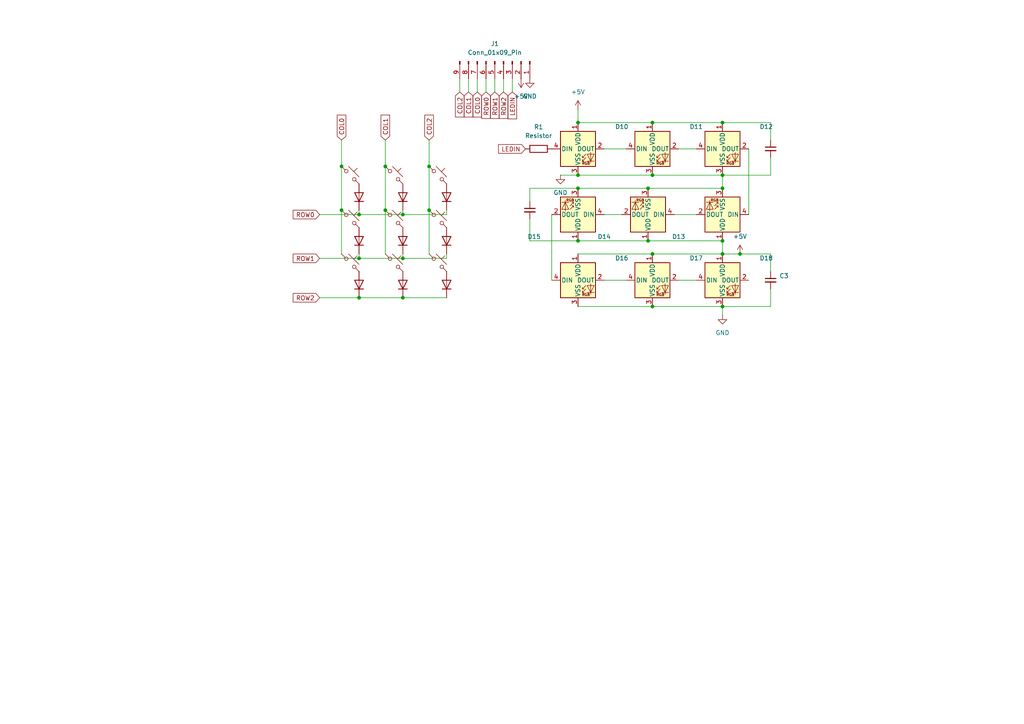
<source format=kicad_sch>
(kicad_sch (version 20250114) (generator "eeschema") (generator_version "9.0")
  (paper "A4")
  (lib_symbols
    (symbol "Connector:Conn_01x09_Pin" (pin_names (offset 1.016) (hide yes))
      (property "Reference" "J" (at 0 12.7 0))
      (property "Value" "Conn_01x09_Pin" (at 0 -12.7 0))
      (symbol "Conn_01x09_Pin_1_1"
        (rectangle (start 0.8636 10.287) (end 0 10.033) (stroke (width 0.1524)) (fill (type outline)))
        (rectangle (start 0.8636 7.747) (end 0 7.493) (stroke (width 0.1524)) (fill (type outline)))
        (rectangle (start 0.8636 5.207) (end 0 4.953) (stroke (width 0.1524)) (fill (type outline)))
        (rectangle (start 0.8636 2.667) (end 0 2.413) (stroke (width 0.1524)) (fill (type outline)))
        (rectangle (start 0.8636 0.127) (end 0 -0.127) (stroke (width 0.1524)) (fill (type outline)))
        (rectangle (start 0.8636 -2.413) (end 0 -2.667) (stroke (width 0.1524)) (fill (type outline)))
        (rectangle (start 0.8636 -4.953) (end 0 -5.207) (stroke (width 0.1524)) (fill (type outline)))
        (rectangle (start 0.8636 -7.493) (end 0 -7.747) (stroke (width 0.1524)) (fill (type outline)))
        (rectangle (start 0.8636 -10.033) (end 0 -10.287) (stroke (width 0.1524)) (fill (type outline)))
        (polyline (pts (xy 1.27 10.16) (xy 0.8636 10.16)) (stroke (width 0.1524)))
        (polyline (pts (xy 1.27 7.62) (xy 0.8636 7.62)) (stroke (width 0.1524)))
        (polyline (pts (xy 1.27 5.08) (xy 0.8636 5.08)) (stroke (width 0.1524)))
        (polyline (pts (xy 1.27 2.54) (xy 0.8636 2.54)) (stroke (width 0.1524)))
        (polyline (pts (xy 1.27 0) (xy 0.8636 0)) (stroke (width 0.1524)))
        (polyline (pts (xy 1.27 -2.54) (xy 0.8636 -2.54)) (stroke (width 0.1524)))
        (polyline (pts (xy 1.27 -5.08) (xy 0.8636 -5.08)) (stroke (width 0.1524)))
        (polyline (pts (xy 1.27 -7.62) (xy 0.8636 -7.62)) (stroke (width 0.1524)))
        (polyline (pts (xy 1.27 -10.16) (xy 0.8636 -10.16)) (stroke (width 0.1524)))
        (pin passive line (at 5.08 10.16 180) (length 3.81) (name "Pin_1") (number "1"))
        (pin passive line (at 5.08 7.62 180) (length 3.81) (name "Pin_2") (number "2"))
        (pin passive line (at 5.08 5.08 180) (length 3.81) (name "Pin_3") (number "3"))
        (pin passive line (at 5.08 2.54 180) (length 3.81) (name "Pin_4") (number "4"))
        (pin passive line (at 5.08 0 180) (length 3.81) (name "Pin_5") (number "5"))
        (pin passive line (at 5.08 -2.54 180) (length 3.81) (name "Pin_6") (number "6"))
        (pin passive line (at 5.08 -5.08 180) (length 3.81) (name "Pin_7") (number "7"))
        (pin passive line (at 5.08 -7.62 180) (length 3.81) (name "Pin_8") (number "8"))
        (pin passive line (at 5.08 -10.16 180) (length 3.81) (name "Pin_9") (number "9"))
      )
    )
    (symbol "Device:C_Small" (pin_numbers (hide yes)) (pin_names (offset 0.254) (hide yes))
      (property "Reference" "C" (at 0.254 1.778 0))
      (property "Value" "C_Small" (at 0.254 -2.032 0))
      (symbol "C_Small_0_1"
        (polyline (pts (xy -1.524 0.508) (xy 1.524 0.508)) (stroke (width 0.3048)))
        (polyline (pts (xy -1.524 -0.508) (xy 1.524 -0.508)) (stroke (width 0.3302)))
      )
      (symbol "C_Small_1_1"
        (pin passive line (at 0 2.54 270) (length 2.032) (name "~") (number "1"))
        (pin passive line (at 0 -2.54 90) (length 2.032) (name "~") (number "2"))
      )
    )
    (symbol "Device:D" (pin_numbers (hide yes)) (pin_names (offset 1.016) (hide yes))
      (property "Reference" "D" (at 0 2.54 0))
      (property "Value" "D" (at 0 -2.54 0))
      (symbol "D_0_1"
        (polyline (pts (xy -1.27 1.27) (xy -1.27 -1.27)) (stroke (width 0.254)))
        (polyline (pts (xy 1.27 1.27) (xy 1.27 -1.27) (xy -1.27 0) (xy 1.27 1.27)) (stroke (width 0.254)))
        (polyline (pts (xy 1.27 0) (xy -1.27 0)))
      )
      (symbol "D_1_1"
        (pin passive line (at -3.81 0 0) (length 2.54) (name "K") (number "1"))
        (pin passive line (at 3.81 0 180) (length 2.54) (name "A") (number "2"))
      )
    )
    (symbol "ScottoKeebs:LED_WS2812B" (pin_names (offset 0.254))
      (property "Reference" "D" (at 5.08 5.715 0))
      (property "Value" "LED_WS2812B" (at 1.27 -5.715 0))
      (symbol "LED_WS2812B_0_0"
        (text "RGB" (at 2.286 -4.191 0) (effects (font (size 0.762 0.762))))
      )
      (symbol "LED_WS2812B_0_1"
        (polyline (pts (xy 1.27 -2.54) (xy 1.778 -2.54)))
        (polyline (pts (xy 1.27 -3.556) (xy 1.778 -3.556)))
        (polyline (pts (xy 2.286 -1.524) (xy 1.27 -2.54) (xy 1.27 -2.032)))
        (polyline (pts (xy 2.286 -2.54) (xy 1.27 -3.556) (xy 1.27 -3.048)))
        (polyline (pts (xy 3.683 -1.016) (xy 3.683 -3.556) (xy 3.683 -4.064)))
        (polyline (pts (xy 4.699 -1.524) (xy 2.667 -1.524) (xy 3.683 -3.556) (xy 4.699 -1.524)))
        (polyline (pts (xy 4.699 -3.556) (xy 2.667 -3.556)))
        (rectangle (start 5.08 5.08) (end -5.08 -5.08) (stroke (width 0.254)) (fill (type background)))
      )
      (symbol "LED_WS2812B_1_1"
        (pin input line (at -7.62 0 0) (length 2.54) (name "DIN") (number "4"))
        (pin power_in line (at 0 7.62 270) (length 2.54) (name "VDD") (number "1"))
        (pin power_in line (at 0 -7.62 90) (length 2.54) (name "VSS") (number "3"))
        (pin output line (at 7.62 0 180) (length 2.54) (name "DOUT") (number "2"))
      )
    )
    (symbol "ScottoKeebs:Placeholder_Keyswitch" (pin_numbers (hide yes)) (pin_names (offset 1.016) (hide yes))
      (property "Reference" "S" (at 3.048 1.016 0))
      (property "Value" "Keyswitch" (at 0 -3.81 0))
      (symbol "Placeholder_Keyswitch_0_1"
        (polyline (pts (xy -2.54 2.54) (xy -1.524 1.524) (xy -1.524 1.524)))
        (circle (center -1.1684 1.1684) (radius 0.508))
        (polyline (pts (xy -0.508 2.54) (xy 2.54 -0.508)))
        (polyline (pts (xy 1.016 1.016) (xy 2.032 2.032)))
        (circle (center 1.143 -1.1938) (radius 0.508))
        (polyline (pts (xy 1.524 -1.524) (xy 2.54 -2.54) (xy 2.54 -2.54) (xy 2.54 -2.54)))
        (pin passive line (at -2.54 2.54 0) (length 0) (name "1") (number "1"))
        (pin passive line (at 2.54 -2.54 180) (length 0) (name "2") (number "2"))
      )
    )
    (symbol "ScottoKeebs:Placeholder_Resistor" (pin_numbers (hide yes)) (pin_names (offset 0))
      (property "Reference" "R" (at 0 2.032 0))
      (property "Value" "Resistor" (at 0 -2.54 0))
      (symbol "Placeholder_Resistor_0_1"
        (rectangle (start 2.54 -1.016) (end -2.54 1.016) (stroke (width 0.254)))
      )
      (symbol "Placeholder_Resistor_1_1"
        (pin passive line (at -3.81 0 0) (length 1.27) (name "~") (number "1"))
        (pin passive line (at 3.81 0 180) (length 1.27) (name "~") (number "2"))
      )
    )
    (symbol "power:+5V" (power) (pin_numbers (hide yes)) (pin_names (offset 0) (hide yes))
      (property "Value" "+5V" (at 0 3.556 0))
      (symbol "+5V_0_1"
        (polyline (pts (xy -0.762 1.27) (xy 0 2.54)))
        (polyline (pts (xy 0 2.54) (xy 0.762 1.27)))
        (polyline (pts (xy 0 0) (xy 0 2.54)))
      )
      (symbol "+5V_1_1"
        (pin power_in line (at 0 0 90) (length 0) (name "~") (number "1"))
      )
    )
    (symbol "power:GND" (power) (pin_numbers (hide yes)) (pin_names (offset 0) (hide yes))
      (property "Value" "GND" (at 0 -3.81 0))
      (symbol "GND_0_1"
        (polyline (pts (xy 0 0) (xy 0 -1.27) (xy 1.27 -1.27) (xy 0 -2.54) (xy -1.27 -1.27) (xy 0 -1.27)))
      )
      (symbol "GND_1_1"
        (pin power_in line (at 0 0 270) (length 0) (name "~") (number "1"))
      )
    )
  )
  (junction (at 189.23 50.8))
  (junction (at 99.06 48.26))
  (junction (at 167.64 50.8))
  (junction (at 187.96 69.85))
  (junction (at 99.06 60.96))
  (junction (at 189.23 73.66))
  (junction (at 124.46 60.96))
  (junction (at 209.55 50.8))
  (junction (at 116.84 86.36))
  (junction (at 116.84 74.93))
  (junction (at 111.76 48.26))
  (junction (at 111.76 60.96))
  (junction (at 189.23 35.56))
  (junction (at 104.14 74.93))
  (junction (at 124.46 48.26))
  (junction (at 209.55 69.85))
  (junction (at 167.64 54.61))
  (junction (at 116.84 62.23))
  (junction (at 209.55 73.66))
  (junction (at 187.96 54.61))
  (junction (at 209.55 88.9))
  (junction (at 189.23 88.9))
  (junction (at 209.55 54.61))
  (junction (at 167.64 35.56))
  (junction (at 209.55 35.56))
  (junction (at 104.14 86.36))
  (junction (at 167.64 69.85))
  (junction (at 104.14 62.23))
  (junction (at 214.63 73.66))
  (wire (pts (xy 116.84 62.23) (xy 116.84 60.96)))
  (wire (pts (xy 111.76 48.26) (xy 111.76 60.96)))
  (wire (pts (xy 209.55 50.8) (xy 209.55 54.61)))
  (wire (pts (xy 223.52 83.82) (xy 223.52 88.9)))
  (wire (pts (xy 160.02 62.23) (xy 160.02 81.28)))
  (wire (pts (xy 209.55 69.85) (xy 209.55 73.66)))
  (wire (pts (xy 214.63 73.66) (xy 223.52 73.66)))
  (wire (pts (xy 104.14 62.23) (xy 116.84 62.23)))
  (wire (pts (xy 92.71 86.36) (xy 104.14 86.36)))
  (wire (pts (xy 116.84 74.93) (xy 116.84 73.66)))
  (wire (pts (xy 146.05 26.67) (xy 146.05 22.86)))
  (wire (pts (xy 92.71 62.23) (xy 104.14 62.23)))
  (wire (pts (xy 175.26 62.23) (xy 180.34 62.23)))
  (wire (pts (xy 111.76 40.64) (xy 111.76 48.26)))
  (wire (pts (xy 209.55 73.66) (xy 214.63 73.66)))
  (wire (pts (xy 135.89 26.67) (xy 135.89 22.86)))
  (wire (pts (xy 99.06 48.26) (xy 99.06 60.96)))
  (wire (pts (xy 175.26 81.28) (xy 181.61 81.28)))
  (wire (pts (xy 148.59 26.67) (xy 148.59 22.86)))
  (wire (pts (xy 104.14 73.66) (xy 104.14 74.93)))
  (wire (pts (xy 140.97 26.67) (xy 140.97 22.86)))
  (wire (pts (xy 138.43 26.67) (xy 138.43 22.86)))
  (wire (pts (xy 116.84 86.36) (xy 129.54 86.36)))
  (wire (pts (xy 209.55 88.9) (xy 223.52 88.9)))
  (wire (pts (xy 129.54 62.23) (xy 129.54 60.96)))
  (wire (pts (xy 187.96 54.61) (xy 167.64 54.61)))
  (wire (pts (xy 217.17 43.18) (xy 217.17 62.23)))
  (wire (pts (xy 209.55 88.9) (xy 209.55 91.44)))
  (wire (pts (xy 187.96 69.85) (xy 167.64 69.85)))
  (wire (pts (xy 167.64 35.56) (xy 189.23 35.56)))
  (wire (pts (xy 92.71 74.93) (xy 104.14 74.93)))
  (wire (pts (xy 133.35 26.67) (xy 133.35 22.86)))
  (wire (pts (xy 196.85 81.28) (xy 201.93 81.28)))
  (wire (pts (xy 129.54 74.93) (xy 129.54 73.66)))
  (wire (pts (xy 196.85 43.18) (xy 201.93 43.18)))
  (wire (pts (xy 124.46 40.64) (xy 124.46 48.26)))
  (wire (pts (xy 153.67 69.85) (xy 167.64 69.85)))
  (wire (pts (xy 167.64 88.9) (xy 189.23 88.9)))
  (wire (pts (xy 162.56 50.8) (xy 167.64 50.8)))
  (wire (pts (xy 189.23 73.66) (xy 209.55 73.66)))
  (wire (pts (xy 189.23 35.56) (xy 209.55 35.56)))
  (wire (pts (xy 189.23 88.9) (xy 209.55 88.9)))
  (wire (pts (xy 116.84 74.93) (xy 129.54 74.93)))
  (wire (pts (xy 209.55 69.85) (xy 187.96 69.85)))
  (wire (pts (xy 223.52 50.8) (xy 223.52 45.72)))
  (wire (pts (xy 223.52 35.56) (xy 223.52 40.64)))
  (wire (pts (xy 209.55 35.56) (xy 223.52 35.56)))
  (wire (pts (xy 143.51 26.67) (xy 143.51 22.86)))
  (wire (pts (xy 116.84 62.23) (xy 129.54 62.23)))
  (wire (pts (xy 209.55 50.8) (xy 223.52 50.8)))
  (wire (pts (xy 195.58 62.23) (xy 201.93 62.23)))
  (wire (pts (xy 189.23 50.8) (xy 209.55 50.8)))
  (wire (pts (xy 99.06 40.64) (xy 99.06 48.26)))
  (wire (pts (xy 104.14 74.93) (xy 116.84 74.93)))
  (wire (pts (xy 187.96 54.61) (xy 209.55 54.61)))
  (wire (pts (xy 167.64 50.8) (xy 189.23 50.8)))
  (wire (pts (xy 111.76 60.96) (xy 111.76 73.66)))
  (wire (pts (xy 124.46 48.26) (xy 124.46 60.96)))
  (wire (pts (xy 223.52 78.74) (xy 223.52 73.66)))
  (wire (pts (xy 153.67 63.5) (xy 153.67 69.85)))
  (wire (pts (xy 175.26 43.18) (xy 181.61 43.18)))
  (wire (pts (xy 167.64 31.75) (xy 167.64 35.56)))
  (wire (pts (xy 104.14 86.36) (xy 116.84 86.36)))
  (wire (pts (xy 167.64 73.66) (xy 189.23 73.66)))
  (wire (pts (xy 99.06 60.96) (xy 99.06 73.66)))
  (wire (pts (xy 124.46 60.96) (xy 124.46 73.66)))
  (wire (pts (xy 153.67 54.61) (xy 167.64 54.61)))
  (wire (pts (xy 153.67 58.42) (xy 153.67 54.61)))
  (wire (pts (xy 104.14 60.96) (xy 104.14 62.23)))
  (global_label "COL2" (shape input) (at 133.35 26.67 270) (property "Intersheetrefs" "${INTERSHEET_REFS}" (effects (hide yes))))
  (global_label "COL1" (shape input) (at 135.89 26.67 270) (property "Intersheetrefs" "${INTERSHEET_REFS}" (effects (hide yes))))
  (global_label "ROW2" (shape input) (at 146.05 26.67 270) (property "Intersheetrefs" "${INTERSHEET_REFS}" (effects (hide yes))))
  (global_label "ROW1" (shape input) (at 143.51 26.67 270) (property "Intersheetrefs" "${INTERSHEET_REFS}" (effects (hide yes))))
  (global_label "ROW0" (shape input) (at 92.71 62.23 180) (property "Intersheetrefs" "${INTERSHEET_REFS}" (effects (hide yes))))
  (global_label "LEDIN" (shape input) (at 148.59 26.67 270) (property "Intersheetrefs" "${INTERSHEET_REFS}" (effects (hide yes))))
  (global_label "COL1" (shape input) (at 111.76 40.64 90) (property "Intersheetrefs" "${INTERSHEET_REFS}" (effects (hide yes))))
  (global_label "COL2" (shape input) (at 124.46 40.64 90) (property "Intersheetrefs" "${INTERSHEET_REFS}" (effects (hide yes))))
  (global_label "ROW2" (shape input) (at 92.71 86.36 180) (property "Intersheetrefs" "${INTERSHEET_REFS}" (effects (hide yes))))
  (global_label "COL0" (shape input) (at 99.06 40.64 90) (property "Intersheetrefs" "${INTERSHEET_REFS}" (effects (hide yes))))
  (global_label "COL0" (shape input) (at 138.43 26.67 270) (property "Intersheetrefs" "${INTERSHEET_REFS}" (effects (hide yes))))
  (global_label "ROW1" (shape input) (at 92.71 74.93 180) (property "Intersheetrefs" "${INTERSHEET_REFS}" (effects (hide yes))))
  (global_label "ROW0" (shape input) (at 140.97 26.67 270) (property "Intersheetrefs" "${INTERSHEET_REFS}" (effects (hide yes))))
  (global_label "LEDIN" (shape input) (at 152.4 43.18 180) (property "Intersheetrefs" "${INTERSHEET_REFS}" (effects (hide yes))))
  (symbol (lib_id "ScottoKeebs:Placeholder_Keyswitch") (at 101.6 50.8 0) (unit 1)
    (property "Reference" "S1" (effects (hide yes)))
    (property "Value" "Keyswitch" (effects (hide yes)))
    (property "Footprint" "ScottoKeebs_Choc:Choc_V1_1.00u" (effects (hide yes)))
    (property "Description" "Push button switch, normally open, two pins, 45° tilted" (effects (hide yes)))
  )
  (symbol (lib_id "ScottoKeebs:Placeholder_Keyswitch") (at 127 76.2 0) (unit 1)
    (property "Reference" "S9" (effects (hide yes)))
    (property "Value" "Keyswitch" (effects (hide yes)))
    (property "Footprint" "ScottoKeebs_Choc:Choc_V1_1.00u" (effects (hide yes)))
    (property "Description" "Push button switch, normally open, two pins, 45° tilted" (effects (hide yes)))
  )
  (symbol (lib_id "power:+5V") (at 151.13 22.86 180) (unit 1)
    (property "Reference" "#PWR05" (effects (hide yes)))
    (property "Value" "+5V" (at 151.13 27.94 0))
    (property "Description" "Power symbol creates a global label with name \"+5V\"" (effects (hide yes)))
  )
  (symbol (lib_id "power:+5V") (at 214.63 73.66 0) (unit 1)
    (property "Reference" "#PWR02" (effects (hide yes)))
    (property "Value" "+5V" (at 214.63 68.58 0))
    (property "Description" "Power symbol creates a global label with name \"+5V\"" (effects (hide yes)))
  )
  (symbol (lib_id "Device:D") (at 104.14 82.55 90) (unit 1)
    (property "Reference" "D7" (effects (hide yes)))
    (property "Value" "D" (effects (hide yes)))
    (property "Footprint" "Diode_SMD:D_SOD-123" (effects (hide yes)))
    (property "Description" "Diode" (effects (hide yes)))
    (property "Sim.Device" "D" (effects (hide yes)))
    (property "Sim.Pins" "1=K 2=A" (effects (hide yes)))
  )
  (symbol (lib_id "Device:D") (at 104.14 57.15 90) (unit 1)
    (property "Reference" "D1" (effects (hide yes)))
    (property "Value" "D" (effects (hide yes)))
    (property "Footprint" "Diode_SMD:D_SOD-123" (effects (hide yes)))
    (property "Description" "Diode" (effects (hide yes)))
    (property "Sim.Device" "D" (effects (hide yes)))
    (property "Sim.Pins" "1=K 2=A" (effects (hide yes)))
  )
  (symbol (lib_id "Device:D") (at 129.54 69.85 90) (unit 1)
    (property "Reference" "D6" (effects (hide yes)))
    (property "Value" "D" (effects (hide yes)))
    (property "Footprint" "Diode_SMD:D_SOD-123" (effects (hide yes)))
    (property "Description" "Diode" (effects (hide yes)))
    (property "Sim.Device" "D" (effects (hide yes)))
    (property "Sim.Pins" "1=K 2=A" (effects (hide yes)))
  )
  (symbol (lib_id "ScottoKeebs:LED_WS2812B") (at 189.23 43.18 0) (unit 1)
    (property "Reference" "D11" (at 201.93 36.7598 0))
    (property "Value" "LED_WS2812B" (effects (hide yes)))
    (property "Footprint" "SK6812-MINI-E:SK6812-MINI-E" (effects (hide yes)))
    (property "Datasheet" "https://cdn-shop.adafruit.com/datasheets/WS2812B.pdf" (effects (hide yes)))
    (property "Description" "RGB LED with integrated controller" (effects (hide yes)))
  )
  (symbol (lib_id "ScottoKeebs:Placeholder_Keyswitch") (at 114.3 76.2 0) (unit 1)
    (property "Reference" "S8" (effects (hide yes)))
    (property "Value" "Keyswitch" (effects (hide yes)))
    (property "Footprint" "ScottoKeebs_Choc:Choc_V1_1.00u" (effects (hide yes)))
    (property "Description" "Push button switch, normally open, two pins, 45° tilted" (effects (hide yes)))
  )
  (symbol (lib_id "Device:D") (at 129.54 57.15 90) (unit 1)
    (property "Reference" "D3" (effects (hide yes)))
    (property "Value" "D" (effects (hide yes)))
    (property "Footprint" "Diode_SMD:D_SOD-123" (effects (hide yes)))
    (property "Description" "Diode" (effects (hide yes)))
    (property "Sim.Device" "D" (effects (hide yes)))
    (property "Sim.Pins" "1=K 2=A" (effects (hide yes)))
  )
  (symbol (lib_id "power:+5V") (at 167.64 31.75 0) (unit 1)
    (property "Reference" "#PWR01" (effects (hide yes)))
    (property "Value" "+5V" (at 167.64 26.67 0))
    (property "Description" "Power symbol creates a global label with name \"+5V\"" (effects (hide yes)))
  )
  (symbol (lib_id "ScottoKeebs:Placeholder_Keyswitch") (at 127 50.8 0) (unit 1)
    (property "Reference" "S3" (effects (hide yes)))
    (property "Value" "Keyswitch" (effects (hide yes)))
    (property "Footprint" "ScottoKeebs_Choc:Choc_V1_1.00u" (effects (hide yes)))
    (property "Description" "Push button switch, normally open, two pins, 45° tilted" (effects (hide yes)))
  )
  (symbol (lib_id "Device:D") (at 129.54 82.55 90) (unit 1)
    (property "Reference" "D9" (effects (hide yes)))
    (property "Value" "D" (effects (hide yes)))
    (property "Footprint" "Diode_SMD:D_SOD-123" (effects (hide yes)))
    (property "Description" "Diode" (effects (hide yes)))
    (property "Sim.Device" "D" (effects (hide yes)))
    (property "Sim.Pins" "1=K 2=A" (effects (hide yes)))
  )
  (symbol (lib_id "ScottoKeebs:Placeholder_Keyswitch") (at 127 63.5 0) (unit 1)
    (property "Reference" "S6" (effects (hide yes)))
    (property "Value" "Keyswitch" (effects (hide yes)))
    (property "Footprint" "ScottoKeebs_Choc:Choc_V1_1.00u" (effects (hide yes)))
    (property "Description" "Push button switch, normally open, two pins, 45° tilted" (effects (hide yes)))
  )
  (symbol (lib_id "ScottoKeebs:LED_WS2812B") (at 189.23 81.28 0) (unit 1)
    (property "Reference" "D17" (at 201.93 74.8598 0))
    (property "Value" "LED_WS2812B" (effects (hide yes)))
    (property "Footprint" "SK6812-MINI-E:SK6812-MINI-E" (effects (hide yes)))
    (property "Datasheet" "https://cdn-shop.adafruit.com/datasheets/WS2812B.pdf" (effects (hide yes)))
    (property "Description" "RGB LED with integrated controller" (effects (hide yes)))
  )
  (symbol (lib_id "Device:D") (at 104.14 69.85 90) (unit 1)
    (property "Reference" "D4" (effects (hide yes)))
    (property "Value" "D" (effects (hide yes)))
    (property "Footprint" "Diode_SMD:D_SOD-123" (effects (hide yes)))
    (property "Description" "Diode" (effects (hide yes)))
    (property "Sim.Device" "D" (effects (hide yes)))
    (property "Sim.Pins" "1=K 2=A" (effects (hide yes)))
  )
  (symbol (lib_id "power:GND") (at 209.55 91.44 0) (unit 1)
    (property "Reference" "#PWR03" (effects (hide yes)))
    (property "Value" "GND" (at 209.55 96.52 0))
    (property "Description" "Power symbol creates a global label with name \"GND\" , ground" (effects (hide yes)))
  )
  (symbol (lib_id "ScottoKeebs:Placeholder_Keyswitch") (at 114.3 50.8 0) (unit 1)
    (property "Reference" "S2" (effects (hide yes)))
    (property "Value" "Keyswitch" (effects (hide yes)))
    (property "Footprint" "ScottoKeebs_Choc:Choc_V1_1.00u" (effects (hide yes)))
    (property "Description" "Push button switch, normally open, two pins, 45° tilted" (effects (hide yes)))
  )
  (symbol (lib_id "Device:D") (at 116.84 69.85 90) (unit 1)
    (property "Reference" "D5" (effects (hide yes)))
    (property "Value" "D" (effects (hide yes)))
    (property "Footprint" "Diode_SMD:D_SOD-123" (effects (hide yes)))
    (property "Description" "Diode" (effects (hide yes)))
    (property "Sim.Device" "D" (effects (hide yes)))
    (property "Sim.Pins" "1=K 2=A" (effects (hide yes)))
  )
  (symbol (lib_id "ScottoKeebs:LED_WS2812B") (at 209.55 43.18 0) (unit 1)
    (property "Reference" "D12" (at 222.25 36.7598 0))
    (property "Value" "LED_WS2812B" (effects (hide yes)))
    (property "Footprint" "SK6812-MINI-E:SK6812-MINI-E" (effects (hide yes)))
    (property "Datasheet" "https://cdn-shop.adafruit.com/datasheets/WS2812B.pdf" (effects (hide yes)))
    (property "Description" "RGB LED with integrated controller" (effects (hide yes)))
  )
  (symbol (lib_id "ScottoKeebs:LED_WS2812B") (at 167.64 62.23 180) (unit 1)
    (property "Reference" "D15" (at 154.94 68.6502 0))
    (property "Value" "LED_WS2812B" (effects (hide yes)))
    (property "Footprint" "SK6812-MINI-E:SK6812-MINI-E" (effects (hide yes)))
    (property "Datasheet" "https://cdn-shop.adafruit.com/datasheets/WS2812B.pdf" (effects (hide yes)))
    (property "Description" "RGB LED with integrated controller" (effects (hide yes)))
  )
  (symbol (lib_id "Device:C_Small") (at 153.67 60.96 0) (unit 1)
    (property "Reference" "C2" (effects (hide yes)))
    (property "Value" "C_Small" (effects (hide yes)))
    (property "Footprint" "Capacitor_SMD:C_1206_3216Metric" (effects (hide yes)))
    (property "Description" "Unpolarized capacitor, small symbol" (effects (hide yes)))
  )
  (symbol (lib_id "Device:C_Small") (at 223.52 81.28 0) (unit 1)
    (property "Reference" "C3" (at 226.06 80.0162 0) (effects (justify left)))
    (property "Value" "C_Small" (effects (hide yes)))
    (property "Footprint" "Capacitor_SMD:C_1206_3216Metric" (effects (hide yes)))
    (property "Description" "Unpolarized capacitor, small symbol" (effects (hide yes)))
  )
  (symbol (lib_id "ScottoKeebs:Placeholder_Keyswitch") (at 101.6 76.2 0) (unit 1)
    (property "Reference" "S7" (effects (hide yes)))
    (property "Value" "Keyswitch" (effects (hide yes)))
    (property "Footprint" "ScottoKeebs_Choc:Choc_V1_1.00u" (effects (hide yes)))
    (property "Description" "Push button switch, normally open, two pins, 45° tilted" (effects (hide yes)))
  )
  (symbol (lib_id "ScottoKeebs:LED_WS2812B") (at 187.96 62.23 180) (unit 1)
    (property "Reference" "D14" (at 175.26 68.6502 0))
    (property "Value" "LED_WS2812B" (effects (hide yes)))
    (property "Footprint" "SK6812-MINI-E:SK6812-MINI-E" (effects (hide yes)))
    (property "Datasheet" "https://cdn-shop.adafruit.com/datasheets/WS2812B.pdf" (effects (hide yes)))
    (property "Description" "RGB LED with integrated controller" (effects (hide yes)))
  )
  (symbol (lib_id "ScottoKeebs:LED_WS2812B") (at 209.55 81.28 0) (unit 1)
    (property "Reference" "D18" (at 222.25 74.8598 0))
    (property "Value" "LED_WS2812B" (effects (hide yes)))
    (property "Footprint" "SK6812-MINI-E:SK6812-MINI-E" (effects (hide yes)))
    (property "Datasheet" "https://cdn-shop.adafruit.com/datasheets/WS2812B.pdf" (effects (hide yes)))
    (property "Description" "RGB LED with integrated controller" (effects (hide yes)))
  )
  (symbol (lib_id "Device:D") (at 116.84 82.55 90) (unit 1)
    (property "Reference" "D8" (effects (hide yes)))
    (property "Value" "D" (effects (hide yes)))
    (property "Footprint" "Diode_SMD:D_SOD-123" (effects (hide yes)))
    (property "Description" "Diode" (effects (hide yes)))
    (property "Sim.Device" "D" (effects (hide yes)))
    (property "Sim.Pins" "1=K 2=A" (effects (hide yes)))
  )
  (symbol (lib_id "ScottoKeebs:Placeholder_Resistor") (at 156.21 43.18 0) (unit 1)
    (property "Reference" "R1" (at 156.21 36.83 0))
    (property "Value" "Resistor" (at 156.21 39.37 0))
    (property "Footprint" "ScottoKeebs_Components:Resistor_1206" (effects (hide yes)))
    (property "Description" "Resistor" (effects (hide yes)))
  )
  (symbol (lib_id "ScottoKeebs:LED_WS2812B") (at 209.55 62.23 180) (unit 1)
    (property "Reference" "D13" (at 196.85 68.6502 0))
    (property "Value" "LED_WS2812B" (effects (hide yes)))
    (property "Footprint" "SK6812-MINI-E:SK6812-MINI-E" (effects (hide yes)))
    (property "Datasheet" "https://cdn-shop.adafruit.com/datasheets/WS2812B.pdf" (effects (hide yes)))
    (property "Description" "RGB LED with integrated controller" (effects (hide yes)))
  )
  (symbol (lib_id "Connector:Conn_01x09_Pin") (at 143.51 17.78 270) (unit 1)
    (property "Reference" "J1" (at 143.51 12.7 90))
    (property "Value" "Conn_01x09_Pin" (at 143.51 15.24 90))
    (property "Footprint" "Connector_PinHeader_2.54mm:PinHeader_1x09_P2.54mm_Horizontal" (effects (hide yes)))
    (property "Description" "Generic connector, single row, 01x09, script generated" (effects (hide yes)))
  )
  (symbol (lib_id "power:GND") (at 153.67 22.86 0) (unit 1)
    (property "Reference" "#PWR06" (effects (hide yes)))
    (property "Value" "GND" (at 153.67 27.94 0))
    (property "Description" "Power symbol creates a global label with name \"GND\" , ground" (effects (hide yes)))
  )
  (symbol (lib_id "ScottoKeebs:LED_WS2812B") (at 167.64 43.18 0) (unit 1)
    (property "Reference" "D10" (at 180.34 36.7598 0))
    (property "Value" "LED_WS2812B" (effects (hide yes)))
    (property "Footprint" "SK6812-MINI-E:SK6812-MINI-E" (effects (hide yes)))
    (property "Datasheet" "https://cdn-shop.adafruit.com/datasheets/WS2812B.pdf" (effects (hide yes)))
    (property "Description" "RGB LED with integrated controller" (effects (hide yes)))
  )
  (symbol (lib_id "ScottoKeebs:LED_WS2812B") (at 167.64 81.28 0) (unit 1)
    (property "Reference" "D16" (at 180.34 74.8598 0))
    (property "Value" "LED_WS2812B" (effects (hide yes)))
    (property "Footprint" "SK6812-MINI-E:SK6812-MINI-E" (effects (hide yes)))
    (property "Datasheet" "https://cdn-shop.adafruit.com/datasheets/WS2812B.pdf" (effects (hide yes)))
    (property "Description" "RGB LED with integrated controller" (effects (hide yes)))
  )
  (symbol (lib_id "power:GND") (at 162.56 50.8 0) (unit 1)
    (property "Reference" "#PWR04" (effects (hide yes)))
    (property "Value" "GND" (at 162.56 55.88 0))
    (property "Description" "Power symbol creates a global label with name \"GND\" , ground" (effects (hide yes)))
  )
  (symbol (lib_id "ScottoKeebs:Placeholder_Keyswitch") (at 101.6 63.5 0) (unit 1)
    (property "Reference" "S4" (effects (hide yes)))
    (property "Value" "Keyswitch" (effects (hide yes)))
    (property "Footprint" "ScottoKeebs_Choc:Choc_V1_1.00u" (effects (hide yes)))
    (property "Description" "Push button switch, normally open, two pins, 45° tilted" (effects (hide yes)))
  )
  (symbol (lib_id "Device:C_Small") (at 223.52 43.18 0) (unit 1)
    (property "Reference" "C1" (effects (hide yes)))
    (property "Value" "C_Small" (effects (hide yes)))
    (property "Footprint" "Capacitor_SMD:C_1206_3216Metric" (effects (hide yes)))
    (property "Description" "Unpolarized capacitor, small symbol" (effects (hide yes)))
  )
  (symbol (lib_id "ScottoKeebs:Placeholder_Keyswitch") (at 114.3 63.5 0) (unit 1)
    (property "Reference" "S5" (effects (hide yes)))
    (property "Value" "Keyswitch" (effects (hide yes)))
    (property "Footprint" "ScottoKeebs_Choc:Choc_V1_1.00u" (effects (hide yes)))
    (property "Description" "Push button switch, normally open, two pins, 45° tilted" (effects (hide yes)))
  )
  (symbol (lib_id "Device:D") (at 116.84 57.15 90) (unit 1)
    (property "Reference" "D2" (effects (hide yes)))
    (property "Value" "D" (effects (hide yes)))
    (property "Footprint" "Diode_SMD:D_SOD-123" (effects (hide yes)))
    (property "Description" "Diode" (effects (hide yes)))
    (property "Sim.Device" "D" (effects (hide yes)))
    (property "Sim.Pins" "1=K 2=A" (effects (hide yes)))
  )
)
</source>
